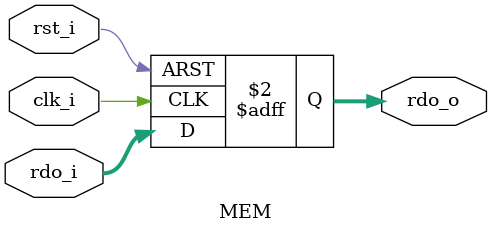
<source format=v>
`timescale 1ns / 1ps


module MEM(
input clk_i,
input rst_i,
input [31:0]rdo_i,
output reg[31:0]rdo_o
    );
    
        
    always@(posedge clk_i or posedge rst_i)
    begin
    if(rst_i)
    begin
        rdo_o<=0;
    end
    else
    begin
        rdo_o<=rdo_i;
    end
    end
endmodule

</source>
